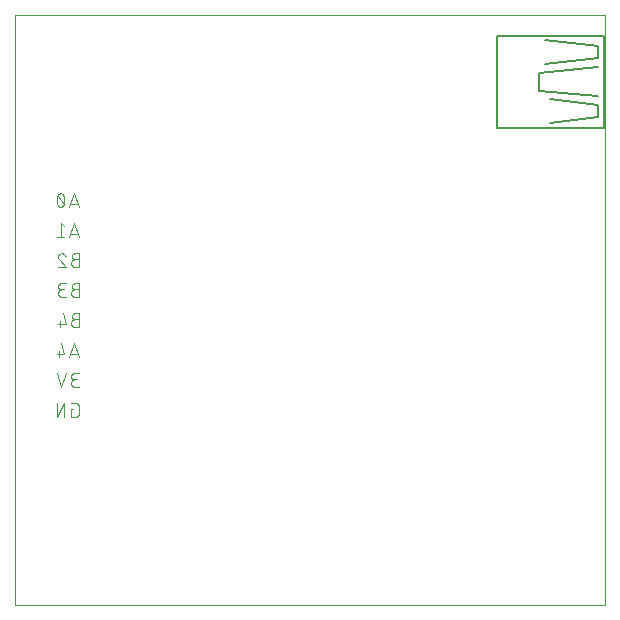
<source format=gbo>
G75*
%MOIN*%
%OFA0B0*%
%FSLAX25Y25*%
%IPPOS*%
%LPD*%
%AMOC8*
5,1,8,0,0,1.08239X$1,22.5*
%
%ADD10C,0.00000*%
%ADD11C,0.00400*%
%ADD12C,0.00500*%
D10*
X0006600Y0006600D02*
X0006600Y0203450D01*
X0203450Y0203450D01*
X0203450Y0006600D01*
X0006600Y0006600D01*
D11*
X0020544Y0069300D02*
X0020544Y0073900D01*
X0023100Y0073900D02*
X0020544Y0069300D01*
X0023100Y0069300D02*
X0023100Y0073900D01*
X0025344Y0073900D02*
X0026878Y0073900D01*
X0026940Y0073898D01*
X0027001Y0073893D01*
X0027062Y0073883D01*
X0027123Y0073870D01*
X0027182Y0073854D01*
X0027240Y0073834D01*
X0027297Y0073810D01*
X0027353Y0073783D01*
X0027407Y0073753D01*
X0027459Y0073719D01*
X0027508Y0073683D01*
X0027556Y0073643D01*
X0027601Y0073601D01*
X0027643Y0073556D01*
X0027683Y0073508D01*
X0027719Y0073459D01*
X0027753Y0073407D01*
X0027783Y0073353D01*
X0027810Y0073297D01*
X0027834Y0073240D01*
X0027854Y0073182D01*
X0027870Y0073123D01*
X0027883Y0073062D01*
X0027893Y0073001D01*
X0027898Y0072940D01*
X0027900Y0072878D01*
X0027900Y0070322D01*
X0027898Y0070260D01*
X0027893Y0070199D01*
X0027883Y0070138D01*
X0027870Y0070077D01*
X0027854Y0070018D01*
X0027834Y0069960D01*
X0027810Y0069903D01*
X0027783Y0069847D01*
X0027753Y0069793D01*
X0027719Y0069741D01*
X0027683Y0069692D01*
X0027643Y0069644D01*
X0027601Y0069599D01*
X0027556Y0069557D01*
X0027508Y0069517D01*
X0027459Y0069481D01*
X0027407Y0069447D01*
X0027353Y0069417D01*
X0027297Y0069390D01*
X0027240Y0069366D01*
X0027182Y0069346D01*
X0027123Y0069330D01*
X0027062Y0069317D01*
X0027001Y0069307D01*
X0026940Y0069302D01*
X0026878Y0069300D01*
X0025344Y0069300D01*
X0025344Y0071856D01*
X0026111Y0071856D01*
X0026622Y0079300D02*
X0027900Y0079300D01*
X0026622Y0079300D02*
X0026552Y0079302D01*
X0026481Y0079308D01*
X0026412Y0079317D01*
X0026343Y0079331D01*
X0026274Y0079348D01*
X0026207Y0079369D01*
X0026141Y0079394D01*
X0026077Y0079422D01*
X0026014Y0079454D01*
X0025953Y0079489D01*
X0025894Y0079528D01*
X0025837Y0079569D01*
X0025783Y0079614D01*
X0025731Y0079662D01*
X0025682Y0079712D01*
X0025635Y0079766D01*
X0025592Y0079821D01*
X0025552Y0079879D01*
X0025515Y0079939D01*
X0025482Y0080001D01*
X0025452Y0080065D01*
X0025425Y0080130D01*
X0025402Y0080196D01*
X0025383Y0080264D01*
X0025368Y0080333D01*
X0025356Y0080402D01*
X0025348Y0080472D01*
X0025344Y0080543D01*
X0025344Y0080613D01*
X0025348Y0080684D01*
X0025356Y0080754D01*
X0025368Y0080823D01*
X0025383Y0080892D01*
X0025402Y0080960D01*
X0025425Y0081026D01*
X0025452Y0081091D01*
X0025482Y0081155D01*
X0025515Y0081217D01*
X0025552Y0081277D01*
X0025592Y0081335D01*
X0025635Y0081390D01*
X0025682Y0081444D01*
X0025731Y0081494D01*
X0025783Y0081542D01*
X0025837Y0081587D01*
X0025894Y0081628D01*
X0025953Y0081667D01*
X0026014Y0081702D01*
X0026077Y0081734D01*
X0026141Y0081762D01*
X0026207Y0081787D01*
X0026274Y0081808D01*
X0026343Y0081825D01*
X0026412Y0081839D01*
X0026481Y0081848D01*
X0026552Y0081854D01*
X0026622Y0081856D01*
X0026367Y0081856D02*
X0027389Y0081856D01*
X0026367Y0081856D02*
X0026304Y0081858D01*
X0026241Y0081864D01*
X0026179Y0081873D01*
X0026118Y0081887D01*
X0026057Y0081904D01*
X0025998Y0081925D01*
X0025940Y0081950D01*
X0025883Y0081978D01*
X0025829Y0082009D01*
X0025777Y0082044D01*
X0025726Y0082082D01*
X0025678Y0082123D01*
X0025633Y0082167D01*
X0025591Y0082213D01*
X0025551Y0082262D01*
X0025515Y0082313D01*
X0025482Y0082367D01*
X0025452Y0082422D01*
X0025426Y0082480D01*
X0025403Y0082538D01*
X0025384Y0082598D01*
X0025369Y0082659D01*
X0025357Y0082721D01*
X0025349Y0082784D01*
X0025345Y0082847D01*
X0025345Y0082909D01*
X0025349Y0082972D01*
X0025357Y0083035D01*
X0025369Y0083097D01*
X0025384Y0083158D01*
X0025403Y0083218D01*
X0025426Y0083276D01*
X0025452Y0083334D01*
X0025482Y0083389D01*
X0025515Y0083443D01*
X0025551Y0083494D01*
X0025591Y0083543D01*
X0025633Y0083589D01*
X0025678Y0083633D01*
X0025726Y0083674D01*
X0025777Y0083712D01*
X0025829Y0083747D01*
X0025883Y0083778D01*
X0025940Y0083806D01*
X0025998Y0083831D01*
X0026057Y0083852D01*
X0026118Y0083869D01*
X0026179Y0083883D01*
X0026241Y0083892D01*
X0026304Y0083898D01*
X0026367Y0083900D01*
X0027900Y0083900D01*
X0023656Y0083900D02*
X0022122Y0079300D01*
X0020589Y0083900D01*
X0021356Y0089300D02*
X0021356Y0091344D01*
X0020589Y0090322D02*
X0023144Y0090322D01*
X0022122Y0093900D01*
X0025217Y0090450D02*
X0027517Y0090450D01*
X0027900Y0089300D02*
X0026367Y0093900D01*
X0024833Y0089300D01*
X0026622Y0099300D02*
X0027900Y0099300D01*
X0027900Y0103900D01*
X0026622Y0103900D01*
X0026559Y0103898D01*
X0026496Y0103892D01*
X0026434Y0103883D01*
X0026373Y0103869D01*
X0026312Y0103852D01*
X0026253Y0103831D01*
X0026195Y0103806D01*
X0026138Y0103778D01*
X0026084Y0103747D01*
X0026032Y0103712D01*
X0025981Y0103674D01*
X0025933Y0103633D01*
X0025888Y0103589D01*
X0025846Y0103543D01*
X0025806Y0103494D01*
X0025770Y0103443D01*
X0025737Y0103389D01*
X0025707Y0103334D01*
X0025681Y0103276D01*
X0025658Y0103218D01*
X0025639Y0103158D01*
X0025624Y0103097D01*
X0025612Y0103035D01*
X0025604Y0102972D01*
X0025600Y0102909D01*
X0025600Y0102847D01*
X0025604Y0102784D01*
X0025612Y0102721D01*
X0025624Y0102659D01*
X0025639Y0102598D01*
X0025658Y0102538D01*
X0025681Y0102480D01*
X0025707Y0102422D01*
X0025737Y0102367D01*
X0025770Y0102313D01*
X0025806Y0102262D01*
X0025846Y0102213D01*
X0025888Y0102167D01*
X0025933Y0102123D01*
X0025981Y0102082D01*
X0026032Y0102044D01*
X0026084Y0102009D01*
X0026138Y0101978D01*
X0026195Y0101950D01*
X0026253Y0101925D01*
X0026312Y0101904D01*
X0026373Y0101887D01*
X0026434Y0101873D01*
X0026496Y0101864D01*
X0026559Y0101858D01*
X0026622Y0101856D01*
X0027900Y0101856D01*
X0026622Y0101856D02*
X0026552Y0101854D01*
X0026481Y0101848D01*
X0026412Y0101839D01*
X0026343Y0101825D01*
X0026274Y0101808D01*
X0026207Y0101787D01*
X0026141Y0101762D01*
X0026077Y0101734D01*
X0026014Y0101702D01*
X0025953Y0101667D01*
X0025894Y0101628D01*
X0025837Y0101587D01*
X0025783Y0101542D01*
X0025731Y0101494D01*
X0025682Y0101444D01*
X0025635Y0101390D01*
X0025592Y0101335D01*
X0025552Y0101277D01*
X0025515Y0101217D01*
X0025482Y0101155D01*
X0025452Y0101091D01*
X0025425Y0101026D01*
X0025402Y0100960D01*
X0025383Y0100892D01*
X0025368Y0100823D01*
X0025356Y0100754D01*
X0025348Y0100684D01*
X0025344Y0100613D01*
X0025344Y0100543D01*
X0025348Y0100472D01*
X0025356Y0100402D01*
X0025368Y0100333D01*
X0025383Y0100264D01*
X0025402Y0100196D01*
X0025425Y0100130D01*
X0025452Y0100065D01*
X0025482Y0100001D01*
X0025515Y0099939D01*
X0025552Y0099879D01*
X0025592Y0099821D01*
X0025635Y0099766D01*
X0025682Y0099712D01*
X0025731Y0099662D01*
X0025783Y0099614D01*
X0025837Y0099569D01*
X0025894Y0099528D01*
X0025953Y0099489D01*
X0026014Y0099454D01*
X0026077Y0099422D01*
X0026141Y0099394D01*
X0026207Y0099369D01*
X0026274Y0099348D01*
X0026343Y0099331D01*
X0026412Y0099317D01*
X0026481Y0099308D01*
X0026552Y0099302D01*
X0026622Y0099300D01*
X0023617Y0100322D02*
X0021061Y0100322D01*
X0021828Y0101344D02*
X0021828Y0099300D01*
X0023617Y0100322D02*
X0022594Y0103900D01*
X0022339Y0109300D02*
X0023617Y0109300D01*
X0022339Y0109300D02*
X0022269Y0109302D01*
X0022198Y0109308D01*
X0022129Y0109317D01*
X0022060Y0109331D01*
X0021991Y0109348D01*
X0021924Y0109369D01*
X0021858Y0109394D01*
X0021794Y0109422D01*
X0021731Y0109454D01*
X0021670Y0109489D01*
X0021611Y0109528D01*
X0021554Y0109569D01*
X0021500Y0109614D01*
X0021448Y0109662D01*
X0021399Y0109712D01*
X0021352Y0109766D01*
X0021309Y0109821D01*
X0021269Y0109879D01*
X0021232Y0109939D01*
X0021199Y0110001D01*
X0021169Y0110065D01*
X0021142Y0110130D01*
X0021119Y0110196D01*
X0021100Y0110264D01*
X0021085Y0110333D01*
X0021073Y0110402D01*
X0021065Y0110472D01*
X0021061Y0110543D01*
X0021061Y0110613D01*
X0021065Y0110684D01*
X0021073Y0110754D01*
X0021085Y0110823D01*
X0021100Y0110892D01*
X0021119Y0110960D01*
X0021142Y0111026D01*
X0021169Y0111091D01*
X0021199Y0111155D01*
X0021232Y0111217D01*
X0021269Y0111277D01*
X0021309Y0111335D01*
X0021352Y0111390D01*
X0021399Y0111444D01*
X0021448Y0111494D01*
X0021500Y0111542D01*
X0021554Y0111587D01*
X0021611Y0111628D01*
X0021670Y0111667D01*
X0021731Y0111702D01*
X0021794Y0111734D01*
X0021858Y0111762D01*
X0021924Y0111787D01*
X0021991Y0111808D01*
X0022060Y0111825D01*
X0022129Y0111839D01*
X0022198Y0111848D01*
X0022269Y0111854D01*
X0022339Y0111856D01*
X0022083Y0111856D02*
X0023106Y0111856D01*
X0022083Y0111856D02*
X0022020Y0111858D01*
X0021957Y0111864D01*
X0021895Y0111873D01*
X0021834Y0111887D01*
X0021773Y0111904D01*
X0021714Y0111925D01*
X0021656Y0111950D01*
X0021599Y0111978D01*
X0021545Y0112009D01*
X0021493Y0112044D01*
X0021442Y0112082D01*
X0021394Y0112123D01*
X0021349Y0112167D01*
X0021307Y0112213D01*
X0021267Y0112262D01*
X0021231Y0112313D01*
X0021198Y0112367D01*
X0021168Y0112422D01*
X0021142Y0112480D01*
X0021119Y0112538D01*
X0021100Y0112598D01*
X0021085Y0112659D01*
X0021073Y0112721D01*
X0021065Y0112784D01*
X0021061Y0112847D01*
X0021061Y0112909D01*
X0021065Y0112972D01*
X0021073Y0113035D01*
X0021085Y0113097D01*
X0021100Y0113158D01*
X0021119Y0113218D01*
X0021142Y0113276D01*
X0021168Y0113334D01*
X0021198Y0113389D01*
X0021231Y0113443D01*
X0021267Y0113494D01*
X0021307Y0113543D01*
X0021349Y0113589D01*
X0021394Y0113633D01*
X0021442Y0113674D01*
X0021493Y0113712D01*
X0021545Y0113747D01*
X0021599Y0113778D01*
X0021656Y0113806D01*
X0021714Y0113831D01*
X0021773Y0113852D01*
X0021834Y0113869D01*
X0021895Y0113883D01*
X0021957Y0113892D01*
X0022020Y0113898D01*
X0022083Y0113900D01*
X0023617Y0113900D01*
X0026622Y0113900D02*
X0027900Y0113900D01*
X0027900Y0109300D01*
X0026622Y0109300D01*
X0026552Y0109302D01*
X0026481Y0109308D01*
X0026412Y0109317D01*
X0026343Y0109331D01*
X0026274Y0109348D01*
X0026207Y0109369D01*
X0026141Y0109394D01*
X0026077Y0109422D01*
X0026014Y0109454D01*
X0025953Y0109489D01*
X0025894Y0109528D01*
X0025837Y0109569D01*
X0025783Y0109614D01*
X0025731Y0109662D01*
X0025682Y0109712D01*
X0025635Y0109766D01*
X0025592Y0109821D01*
X0025552Y0109879D01*
X0025515Y0109939D01*
X0025482Y0110001D01*
X0025452Y0110065D01*
X0025425Y0110130D01*
X0025402Y0110196D01*
X0025383Y0110264D01*
X0025368Y0110333D01*
X0025356Y0110402D01*
X0025348Y0110472D01*
X0025344Y0110543D01*
X0025344Y0110613D01*
X0025348Y0110684D01*
X0025356Y0110754D01*
X0025368Y0110823D01*
X0025383Y0110892D01*
X0025402Y0110960D01*
X0025425Y0111026D01*
X0025452Y0111091D01*
X0025482Y0111155D01*
X0025515Y0111217D01*
X0025552Y0111277D01*
X0025592Y0111335D01*
X0025635Y0111390D01*
X0025682Y0111444D01*
X0025731Y0111494D01*
X0025783Y0111542D01*
X0025837Y0111587D01*
X0025894Y0111628D01*
X0025953Y0111667D01*
X0026014Y0111702D01*
X0026077Y0111734D01*
X0026141Y0111762D01*
X0026207Y0111787D01*
X0026274Y0111808D01*
X0026343Y0111825D01*
X0026412Y0111839D01*
X0026481Y0111848D01*
X0026552Y0111854D01*
X0026622Y0111856D01*
X0027900Y0111856D01*
X0026622Y0111856D02*
X0026559Y0111858D01*
X0026496Y0111864D01*
X0026434Y0111873D01*
X0026373Y0111887D01*
X0026312Y0111904D01*
X0026253Y0111925D01*
X0026195Y0111950D01*
X0026138Y0111978D01*
X0026084Y0112009D01*
X0026032Y0112044D01*
X0025981Y0112082D01*
X0025933Y0112123D01*
X0025888Y0112167D01*
X0025846Y0112213D01*
X0025806Y0112262D01*
X0025770Y0112313D01*
X0025737Y0112367D01*
X0025707Y0112422D01*
X0025681Y0112480D01*
X0025658Y0112538D01*
X0025639Y0112598D01*
X0025624Y0112659D01*
X0025612Y0112721D01*
X0025604Y0112784D01*
X0025600Y0112847D01*
X0025600Y0112909D01*
X0025604Y0112972D01*
X0025612Y0113035D01*
X0025624Y0113097D01*
X0025639Y0113158D01*
X0025658Y0113218D01*
X0025681Y0113276D01*
X0025707Y0113334D01*
X0025737Y0113389D01*
X0025770Y0113443D01*
X0025806Y0113494D01*
X0025846Y0113543D01*
X0025888Y0113589D01*
X0025933Y0113633D01*
X0025981Y0113674D01*
X0026032Y0113712D01*
X0026084Y0113747D01*
X0026138Y0113778D01*
X0026195Y0113806D01*
X0026253Y0113831D01*
X0026312Y0113852D01*
X0026373Y0113869D01*
X0026434Y0113883D01*
X0026496Y0113892D01*
X0026559Y0113898D01*
X0026622Y0113900D01*
X0026622Y0119300D02*
X0027900Y0119300D01*
X0027900Y0123900D01*
X0026622Y0123900D01*
X0026559Y0123898D01*
X0026496Y0123892D01*
X0026434Y0123883D01*
X0026373Y0123869D01*
X0026312Y0123852D01*
X0026253Y0123831D01*
X0026195Y0123806D01*
X0026138Y0123778D01*
X0026084Y0123747D01*
X0026032Y0123712D01*
X0025981Y0123674D01*
X0025933Y0123633D01*
X0025888Y0123589D01*
X0025846Y0123543D01*
X0025806Y0123494D01*
X0025770Y0123443D01*
X0025737Y0123389D01*
X0025707Y0123334D01*
X0025681Y0123276D01*
X0025658Y0123218D01*
X0025639Y0123158D01*
X0025624Y0123097D01*
X0025612Y0123035D01*
X0025604Y0122972D01*
X0025600Y0122909D01*
X0025600Y0122847D01*
X0025604Y0122784D01*
X0025612Y0122721D01*
X0025624Y0122659D01*
X0025639Y0122598D01*
X0025658Y0122538D01*
X0025681Y0122480D01*
X0025707Y0122422D01*
X0025737Y0122367D01*
X0025770Y0122313D01*
X0025806Y0122262D01*
X0025846Y0122213D01*
X0025888Y0122167D01*
X0025933Y0122123D01*
X0025981Y0122082D01*
X0026032Y0122044D01*
X0026084Y0122009D01*
X0026138Y0121978D01*
X0026195Y0121950D01*
X0026253Y0121925D01*
X0026312Y0121904D01*
X0026373Y0121887D01*
X0026434Y0121873D01*
X0026496Y0121864D01*
X0026559Y0121858D01*
X0026622Y0121856D01*
X0027900Y0121856D01*
X0026622Y0121856D02*
X0026552Y0121854D01*
X0026481Y0121848D01*
X0026412Y0121839D01*
X0026343Y0121825D01*
X0026274Y0121808D01*
X0026207Y0121787D01*
X0026141Y0121762D01*
X0026077Y0121734D01*
X0026014Y0121702D01*
X0025953Y0121667D01*
X0025894Y0121628D01*
X0025837Y0121587D01*
X0025783Y0121542D01*
X0025731Y0121494D01*
X0025682Y0121444D01*
X0025635Y0121390D01*
X0025592Y0121335D01*
X0025552Y0121277D01*
X0025515Y0121217D01*
X0025482Y0121155D01*
X0025452Y0121091D01*
X0025425Y0121026D01*
X0025402Y0120960D01*
X0025383Y0120892D01*
X0025368Y0120823D01*
X0025356Y0120754D01*
X0025348Y0120684D01*
X0025344Y0120613D01*
X0025344Y0120543D01*
X0025348Y0120472D01*
X0025356Y0120402D01*
X0025368Y0120333D01*
X0025383Y0120264D01*
X0025402Y0120196D01*
X0025425Y0120130D01*
X0025452Y0120065D01*
X0025482Y0120001D01*
X0025515Y0119939D01*
X0025552Y0119879D01*
X0025592Y0119821D01*
X0025635Y0119766D01*
X0025682Y0119712D01*
X0025731Y0119662D01*
X0025783Y0119614D01*
X0025837Y0119569D01*
X0025894Y0119528D01*
X0025953Y0119489D01*
X0026014Y0119454D01*
X0026077Y0119422D01*
X0026141Y0119394D01*
X0026207Y0119369D01*
X0026274Y0119348D01*
X0026343Y0119331D01*
X0026412Y0119317D01*
X0026481Y0119308D01*
X0026552Y0119302D01*
X0026622Y0119300D01*
X0023617Y0119300D02*
X0021061Y0119300D01*
X0023617Y0119300D02*
X0021444Y0121856D01*
X0022211Y0123900D02*
X0022285Y0123898D01*
X0022359Y0123893D01*
X0022433Y0123883D01*
X0022506Y0123870D01*
X0022579Y0123854D01*
X0022650Y0123833D01*
X0022720Y0123809D01*
X0022789Y0123782D01*
X0022857Y0123751D01*
X0022923Y0123717D01*
X0022987Y0123680D01*
X0023049Y0123639D01*
X0023110Y0123595D01*
X0023167Y0123549D01*
X0023223Y0123499D01*
X0023276Y0123447D01*
X0023326Y0123392D01*
X0023373Y0123335D01*
X0023417Y0123275D01*
X0023459Y0123213D01*
X0023497Y0123150D01*
X0023532Y0123084D01*
X0023563Y0123017D01*
X0023591Y0122948D01*
X0023616Y0122878D01*
X0021444Y0121856D02*
X0021397Y0121903D01*
X0021353Y0121953D01*
X0021311Y0122005D01*
X0021272Y0122059D01*
X0021237Y0122115D01*
X0021204Y0122173D01*
X0021174Y0122233D01*
X0021148Y0122294D01*
X0021125Y0122357D01*
X0021106Y0122421D01*
X0021090Y0122485D01*
X0021077Y0122551D01*
X0021068Y0122617D01*
X0021063Y0122683D01*
X0021061Y0122750D01*
X0021063Y0122817D01*
X0021069Y0122884D01*
X0021078Y0122950D01*
X0021092Y0123015D01*
X0021109Y0123080D01*
X0021130Y0123143D01*
X0021155Y0123205D01*
X0021183Y0123266D01*
X0021215Y0123325D01*
X0021250Y0123382D01*
X0021289Y0123437D01*
X0021330Y0123489D01*
X0021375Y0123539D01*
X0021422Y0123586D01*
X0021472Y0123631D01*
X0021524Y0123672D01*
X0021579Y0123711D01*
X0021636Y0123746D01*
X0021695Y0123778D01*
X0021756Y0123806D01*
X0021818Y0123831D01*
X0021881Y0123852D01*
X0021946Y0123869D01*
X0022011Y0123883D01*
X0022077Y0123892D01*
X0022144Y0123898D01*
X0022211Y0123900D01*
X0021867Y0129300D02*
X0021867Y0133900D01*
X0023144Y0132878D01*
X0025217Y0130450D02*
X0027517Y0130450D01*
X0027900Y0129300D02*
X0026367Y0133900D01*
X0024833Y0129300D01*
X0023144Y0129300D02*
X0020589Y0129300D01*
X0024833Y0139300D02*
X0026367Y0143900D01*
X0027900Y0139300D01*
X0027517Y0140450D02*
X0025217Y0140450D01*
X0020972Y0139939D02*
X0020924Y0140043D01*
X0020878Y0140148D01*
X0020836Y0140254D01*
X0020797Y0140362D01*
X0020761Y0140471D01*
X0020729Y0140581D01*
X0020699Y0140692D01*
X0020674Y0140804D01*
X0020651Y0140916D01*
X0020632Y0141029D01*
X0020617Y0141143D01*
X0020605Y0141257D01*
X0020596Y0141371D01*
X0020591Y0141485D01*
X0020589Y0141600D01*
X0023145Y0141600D02*
X0023143Y0141715D01*
X0023138Y0141829D01*
X0023129Y0141943D01*
X0023117Y0142057D01*
X0023102Y0142171D01*
X0023083Y0142284D01*
X0023060Y0142396D01*
X0023035Y0142508D01*
X0023005Y0142619D01*
X0022973Y0142729D01*
X0022937Y0142838D01*
X0022898Y0142946D01*
X0022856Y0143052D01*
X0022810Y0143157D01*
X0022762Y0143261D01*
X0022741Y0143316D01*
X0022717Y0143369D01*
X0022690Y0143421D01*
X0022659Y0143471D01*
X0022626Y0143519D01*
X0022589Y0143565D01*
X0022550Y0143609D01*
X0022508Y0143650D01*
X0022464Y0143688D01*
X0022417Y0143724D01*
X0022368Y0143756D01*
X0022317Y0143786D01*
X0022265Y0143812D01*
X0022211Y0143835D01*
X0022156Y0143855D01*
X0022099Y0143871D01*
X0022042Y0143884D01*
X0021984Y0143893D01*
X0021926Y0143898D01*
X0021867Y0143900D01*
X0021808Y0143898D01*
X0021750Y0143893D01*
X0021692Y0143884D01*
X0021635Y0143871D01*
X0021578Y0143855D01*
X0021523Y0143835D01*
X0021469Y0143812D01*
X0021417Y0143786D01*
X0021366Y0143756D01*
X0021317Y0143724D01*
X0021270Y0143688D01*
X0021226Y0143650D01*
X0021184Y0143609D01*
X0021145Y0143565D01*
X0021108Y0143519D01*
X0021075Y0143471D01*
X0021044Y0143421D01*
X0021017Y0143369D01*
X0020993Y0143316D01*
X0020972Y0143261D01*
X0020844Y0142878D02*
X0022889Y0140322D01*
X0021867Y0139300D02*
X0021808Y0139302D01*
X0021750Y0139307D01*
X0021692Y0139316D01*
X0021635Y0139329D01*
X0021578Y0139345D01*
X0021523Y0139365D01*
X0021469Y0139388D01*
X0021417Y0139414D01*
X0021366Y0139444D01*
X0021317Y0139476D01*
X0021271Y0139512D01*
X0021226Y0139550D01*
X0021184Y0139591D01*
X0021145Y0139635D01*
X0021108Y0139681D01*
X0021075Y0139729D01*
X0021044Y0139779D01*
X0021017Y0139831D01*
X0020993Y0139884D01*
X0020972Y0139939D01*
X0021867Y0139300D02*
X0021926Y0139302D01*
X0021984Y0139307D01*
X0022042Y0139316D01*
X0022099Y0139329D01*
X0022156Y0139345D01*
X0022211Y0139365D01*
X0022265Y0139388D01*
X0022317Y0139414D01*
X0022368Y0139444D01*
X0022417Y0139476D01*
X0022464Y0139512D01*
X0022508Y0139550D01*
X0022550Y0139591D01*
X0022589Y0139635D01*
X0022626Y0139681D01*
X0022659Y0139729D01*
X0022690Y0139779D01*
X0022717Y0139831D01*
X0022741Y0139884D01*
X0022762Y0139939D01*
X0020589Y0141600D02*
X0020591Y0141715D01*
X0020596Y0141829D01*
X0020605Y0141943D01*
X0020617Y0142057D01*
X0020632Y0142171D01*
X0020651Y0142284D01*
X0020674Y0142396D01*
X0020699Y0142508D01*
X0020729Y0142619D01*
X0020761Y0142729D01*
X0020797Y0142838D01*
X0020836Y0142946D01*
X0020878Y0143052D01*
X0020924Y0143157D01*
X0020972Y0143261D01*
X0023145Y0141600D02*
X0023143Y0141485D01*
X0023138Y0141371D01*
X0023129Y0141257D01*
X0023117Y0141143D01*
X0023102Y0141029D01*
X0023083Y0140916D01*
X0023060Y0140804D01*
X0023035Y0140692D01*
X0023005Y0140581D01*
X0022973Y0140471D01*
X0022937Y0140362D01*
X0022898Y0140254D01*
X0022856Y0140148D01*
X0022810Y0140043D01*
X0022762Y0139939D01*
D12*
X0167431Y0165746D02*
X0202864Y0165746D01*
X0202864Y0196454D01*
X0167431Y0196454D01*
X0167431Y0165746D01*
X0181210Y0178147D02*
X0181210Y0184053D01*
X0200895Y0186021D01*
X0200895Y0188974D02*
X0183179Y0187006D01*
X0183179Y0194880D02*
X0200895Y0192911D01*
X0200895Y0188974D01*
X0200895Y0176179D02*
X0181210Y0178147D01*
X0185147Y0175194D02*
X0200895Y0173226D01*
X0200895Y0169289D01*
X0185147Y0167320D01*
M02*

</source>
